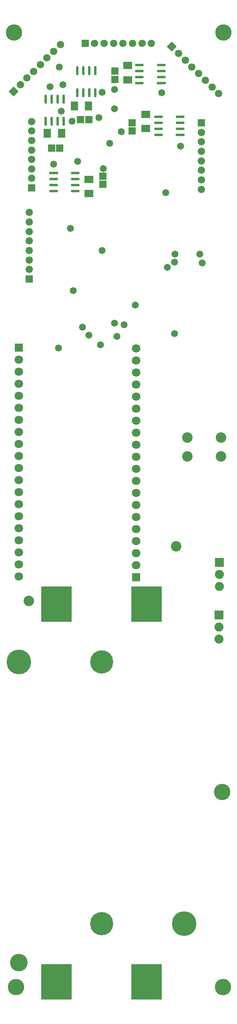
<source format=gbr>
G04*
G04 #@! TF.GenerationSoftware,Altium Limited,Altium Designer,22.11.1 (43)*
G04*
G04 Layer_Color=8388736*
%FSLAX44Y44*%
%MOMM*%
G71*
G04*
G04 #@! TF.SameCoordinates,B6AE56F5-1224-44F4-9462-935C271CF011*
G04*
G04*
G04 #@! TF.FilePolarity,Negative*
G04*
G01*
G75*
%ADD16R,1.5562X1.5781*%
%ADD17R,1.9062X1.5046*%
%ADD18R,1.5781X1.5562*%
%ADD19R,1.5046X1.9062*%
G04:AMPARAMS|DCode=20|XSize=1.8741mm|YSize=0.5421mm|CornerRadius=0.2711mm|HoleSize=0mm|Usage=FLASHONLY|Rotation=180.000|XOffset=0mm|YOffset=0mm|HoleType=Round|Shape=RoundedRectangle|*
%AMROUNDEDRECTD20*
21,1,1.8741,0.0000,0,0,180.0*
21,1,1.3319,0.5421,0,0,180.0*
1,1,0.5421,-0.6660,0.0000*
1,1,0.5421,0.6660,0.0000*
1,1,0.5421,0.6660,0.0000*
1,1,0.5421,-0.6660,0.0000*
%
%ADD20ROUNDEDRECTD20*%
G04:AMPARAMS|DCode=21|XSize=1.8741mm|YSize=0.5421mm|CornerRadius=0.2711mm|HoleSize=0mm|Usage=FLASHONLY|Rotation=270.000|XOffset=0mm|YOffset=0mm|HoleType=Round|Shape=RoundedRectangle|*
%AMROUNDEDRECTD21*
21,1,1.8741,0.0000,0,0,270.0*
21,1,1.3319,0.5421,0,0,270.0*
1,1,0.5421,0.0000,-0.6660*
1,1,0.5421,0.0000,0.6660*
1,1,0.5421,0.0000,0.6660*
1,1,0.5421,0.0000,-0.6660*
%
%ADD21ROUNDEDRECTD21*%
%ADD22R,1.8741X0.5421*%
%ADD23R,0.5421X1.8741*%
%ADD24R,6.5532X7.5432*%
%ADD25C,1.5532*%
%ADD26R,1.5532X1.5532*%
%ADD27C,1.8032*%
%ADD28R,1.8032X1.8032*%
%ADD29C,1.9032*%
%ADD30R,1.9032X1.9032*%
%ADD31P,2.1966X4X90.0*%
%ADD32R,1.5532X1.5532*%
%ADD33P,2.1966X4X360.0*%
%ADD34C,5.2032*%
%ADD35C,3.7032*%
%ADD36C,4.9032*%
%ADD37C,1.4732*%
%ADD38C,2.2032*%
%ADD39C,3.4532*%
D16*
X487000Y2205281D02*
D03*
Y2188000D02*
D03*
X523000Y2096281D02*
D03*
Y2079000D02*
D03*
X461000Y1966359D02*
D03*
Y1983641D02*
D03*
D17*
X552000Y2114008D02*
D03*
X514000Y2217008D02*
D03*
X432000Y1946992D02*
D03*
X552000Y2083992D02*
D03*
X514000Y2186992D02*
D03*
X432000Y1977008D02*
D03*
D18*
X353000Y2043000D02*
D03*
X370281D02*
D03*
X414359Y2103000D02*
D03*
X431641D02*
D03*
D19*
X344000Y2074000D02*
D03*
X400992Y2132000D02*
D03*
X374016Y2074000D02*
D03*
X431008Y2132000D02*
D03*
D20*
X578839Y2109050D02*
D03*
Y2070950D02*
D03*
X538839Y2218050D02*
D03*
Y2179950D02*
D03*
X403161Y1951950D02*
D03*
Y1990050D02*
D03*
X578839Y2096350D02*
D03*
X538839Y2205350D02*
D03*
X403161Y1964650D02*
D03*
X578839Y2083650D02*
D03*
X538839Y2192650D02*
D03*
X403161Y1977350D02*
D03*
X356839Y1951950D02*
D03*
Y1964650D02*
D03*
X585161Y2205350D02*
D03*
Y2218050D02*
D03*
X625161Y2096350D02*
D03*
Y2109050D02*
D03*
X356839Y1977350D02*
D03*
X585161Y2192650D02*
D03*
X625161Y2083650D02*
D03*
D21*
X339950Y2099839D02*
D03*
X378050D02*
D03*
X407300Y2159679D02*
D03*
X445400D02*
D03*
X352650Y2099839D02*
D03*
X420000Y2159679D02*
D03*
X365350Y2099839D02*
D03*
X432700Y2159679D02*
D03*
X339950Y2146161D02*
D03*
X352650D02*
D03*
X407300Y2206000D02*
D03*
X420000D02*
D03*
X365350Y2146161D02*
D03*
X432700Y2206000D02*
D03*
D22*
X356839Y1990050D02*
D03*
X625161Y2070950D02*
D03*
X585161Y2179950D02*
D03*
D23*
X378050Y2146161D02*
D03*
X445400Y2206000D02*
D03*
D24*
X362920Y1081100D02*
D03*
X554020Y284600D02*
D03*
X362920D02*
D03*
X554020Y1081100D02*
D03*
D25*
X670000Y2076000D02*
D03*
Y2036000D02*
D03*
Y2016000D02*
D03*
Y1976000D02*
D03*
Y1956000D02*
D03*
Y1996000D02*
D03*
Y2056000D02*
D03*
X635574Y2228426D02*
D03*
X678000Y2186000D02*
D03*
X464000Y2264000D02*
D03*
X524000D02*
D03*
X300716Y2190716D02*
D03*
X343142Y2233142D02*
D03*
X311000Y1999000D02*
D03*
Y2059000D02*
D03*
X306000Y1887000D02*
D03*
Y1787000D02*
D03*
Y1807000D02*
D03*
Y1827000D02*
D03*
Y1847000D02*
D03*
Y1867000D02*
D03*
X706284Y2157716D02*
D03*
X692142Y2171858D02*
D03*
X663858Y2200142D02*
D03*
X649716Y2214284D02*
D03*
X621431Y2242569D02*
D03*
X564000Y2264000D02*
D03*
X544000D02*
D03*
X504000D02*
D03*
X484000D02*
D03*
X444000D02*
D03*
X371426Y2261426D02*
D03*
X357284Y2247284D02*
D03*
X329000Y2219000D02*
D03*
X314858Y2204858D02*
D03*
X286574Y2176574D02*
D03*
X311000Y2099000D02*
D03*
Y2079000D02*
D03*
Y2039000D02*
D03*
Y2019000D02*
D03*
Y1979000D02*
D03*
X306000Y1907000D02*
D03*
D26*
X670000Y2096000D02*
D03*
X306000Y1767000D02*
D03*
X311000Y1959000D02*
D03*
D27*
X284000Y1266200D02*
D03*
Y1342400D02*
D03*
Y1367800D02*
D03*
Y1393200D02*
D03*
Y1444000D02*
D03*
Y1469400D02*
D03*
Y1520200D02*
D03*
Y1571000D02*
D03*
Y1596400D02*
D03*
Y1545600D02*
D03*
Y1494800D02*
D03*
Y1418600D02*
D03*
Y1317000D02*
D03*
Y1291600D02*
D03*
Y1240800D02*
D03*
Y1215400D02*
D03*
Y1190000D02*
D03*
Y1164600D02*
D03*
Y1139200D02*
D03*
X532000Y1493000D02*
D03*
Y1416800D02*
D03*
Y1391400D02*
D03*
Y1366000D02*
D03*
Y1315200D02*
D03*
Y1289800D02*
D03*
Y1239000D02*
D03*
Y1188200D02*
D03*
Y1162800D02*
D03*
Y1213600D02*
D03*
Y1264400D02*
D03*
Y1340600D02*
D03*
Y1442200D02*
D03*
Y1467600D02*
D03*
Y1518400D02*
D03*
Y1543800D02*
D03*
Y1569200D02*
D03*
Y1594600D02*
D03*
Y1620000D02*
D03*
D28*
X284000Y1621800D02*
D03*
X532000Y1137400D02*
D03*
D29*
X707000Y1032600D02*
D03*
Y1007200D02*
D03*
X708000Y1143400D02*
D03*
Y1118000D02*
D03*
D30*
Y1168800D02*
D03*
X707000Y1058000D02*
D03*
D31*
X272432Y2162431D02*
D03*
D32*
X424000Y2264000D02*
D03*
D33*
X607289Y2256711D02*
D03*
D34*
X633520Y406850D02*
D03*
X283420Y958850D02*
D03*
D35*
Y324650D02*
D03*
D36*
X458470Y406850D02*
D03*
Y958850D02*
D03*
D37*
X350000Y2172000D02*
D03*
X368890Y2214000D02*
D03*
X377000Y2176920D02*
D03*
X613147Y1652016D02*
D03*
X666001Y1819216D02*
D03*
X418000Y1665000D02*
D03*
X367552Y1621448D02*
D03*
X431517Y1648532D02*
D03*
X491000Y1646000D02*
D03*
X456000Y1628000D02*
D03*
X506320Y1670320D02*
D03*
X486000Y1673747D02*
D03*
X459760Y1826913D02*
D03*
X399000Y1742000D02*
D03*
X671081Y1800331D02*
D03*
X459966Y2160689D02*
D03*
X500679Y2077509D02*
D03*
X396270Y2099213D02*
D03*
X452816Y2107184D02*
D03*
X475979Y2053000D02*
D03*
X393035Y1873621D02*
D03*
X486000Y2126000D02*
D03*
X586000Y2160000D02*
D03*
X485560Y2166641D02*
D03*
X462089Y2000110D02*
D03*
X626000Y2047000D02*
D03*
X614160Y1819216D02*
D03*
X612514Y1802429D02*
D03*
X594327Y1948953D02*
D03*
X530000Y1712000D02*
D03*
X373095Y2120845D02*
D03*
X407627Y2014991D02*
D03*
X357000Y2009000D02*
D03*
X598000Y1791000D02*
D03*
D38*
X711000Y1393000D02*
D03*
Y1432370D02*
D03*
X639880D02*
D03*
Y1393000D02*
D03*
X616000Y1203000D02*
D03*
X305000Y1088000D02*
D03*
D39*
X714000Y685000D02*
D03*
X715000Y273000D02*
D03*
X278000D02*
D03*
X273000Y2287000D02*
D03*
X716000D02*
D03*
M02*

</source>
